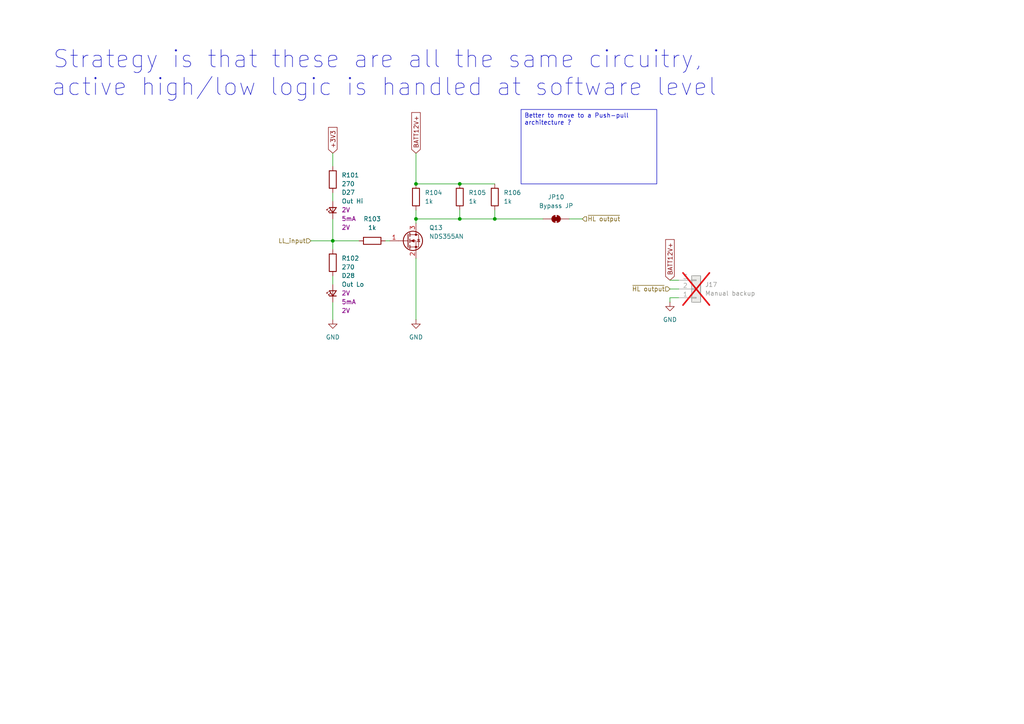
<source format=kicad_sch>
(kicad_sch (version 20250114) (generator "eeschema") (generator_version "9.0")
  (paper "A4")
  (title_block (title "Main architecture") (date "2025-09-28") (rev "0.2.0") (company "Alex Miller & Martin Roger") (comment 1 "https://github.com/martinroger/VXDash") (comment 2 "https://cadlab.io/projects/vxdash"))
  (lib_symbols
    (symbol "Connector_Generic:Conn_01x03" (pin_names (offset 1.016) (hide yes))
      (property "Reference" "J" (at 0 5.08 0))
      (property "Value" "Conn_01x03" (at 0 -5.08 0))
      (symbol "Conn_01x03_1_1"
        (rectangle (start -1.27 3.81) (end 1.27 -3.81) (stroke (width 0.254)) (fill (type background)))
        (rectangle (start -1.27 2.667) (end 0 2.413) (stroke (width 0.1524)))
        (rectangle (start -1.27 0.127) (end 0 -0.127) (stroke (width 0.1524)))
        (rectangle (start -1.27 -2.413) (end 0 -2.667) (stroke (width 0.1524)))
        (pin passive line (at -5.08 2.54 0) (length 3.81) (name "Pin_1") (number "1"))
        (pin passive line (at -5.08 0 0) (length 3.81) (name "Pin_2") (number "2"))
        (pin passive line (at -5.08 -2.54 0) (length 3.81) (name "Pin_3") (number "3"))
      )
    )
    (symbol "Jumper:SolderJumper_2_Bridged" (pin_numbers (hide yes)) (pin_names (offset 0) (hide yes)) (exclude_from_sim yes) (in_bom no)
      (property "Reference" "JP" (at 0 2.032 0))
      (property "Value" "SolderJumper_2_Bridged" (at 0 -2.54 0))
      (symbol "SolderJumper_2_Bridged_0_1"
        (rectangle (start -0.508 0.508) (end 0.508 -0.508) (fill (type outline)))
        (polyline (pts (xy -0.254 1.016) (xy -0.254 -1.016)))
        (arc (start -0.254 -1.016) (mid -1.2656 0) (end -0.254 1.016))
        (arc (start -0.254 -1.016) (mid -1.2656 0) (end -0.254 1.016) (fill (type outline)))
        (arc (start 0.254 1.016) (mid 1.2656 0) (end 0.254 -1.016))
        (arc (start 0.254 1.016) (mid 1.2656 0) (end 0.254 -1.016) (fill (type outline)))
        (polyline (pts (xy 0.254 1.016) (xy 0.254 -1.016)))
      )
      (symbol "SolderJumper_2_Bridged_1_1"
        (pin passive line (at -3.81 0 0) (length 2.54) (name "A") (number "1"))
        (pin passive line (at 3.81 0 180) (length 2.54) (name "B") (number "2"))
      )
    )
    (symbol "Transistor_FET:Q_NMOS_GSD" (pin_names (offset 0) (hide yes))
      (property "Reference" "Q" (at 5.08 1.905 0))
      (property "Value" "Q_NMOS_GSD" (at 5.08 0 0))
      (symbol "Q_NMOS_GSD_0_1"
        (polyline (pts (xy 0.254 1.905) (xy 0.254 -1.905)) (stroke (width 0.254)))
        (polyline (pts (xy 0.254 0) (xy -2.54 0)))
        (polyline (pts (xy 0.762 2.286) (xy 0.762 1.27)) (stroke (width 0.254)))
        (polyline (pts (xy 0.762 0.508) (xy 0.762 -0.508)) (stroke (width 0.254)))
        (polyline (pts (xy 0.762 -1.27) (xy 0.762 -2.286)) (stroke (width 0.254)))
        (polyline (pts (xy 0.762 -1.778) (xy 3.302 -1.778) (xy 3.302 1.778) (xy 0.762 1.778)))
        (polyline (pts (xy 1.016 0) (xy 2.032 0.381) (xy 2.032 -0.381) (xy 1.016 0)) (fill (type outline)))
        (circle (center 1.651 0) (radius 2.794) (stroke (width 0.254)))
        (polyline (pts (xy 2.54 2.54) (xy 2.54 1.778)))
        (circle (center 2.54 1.778) (radius 0.254) (fill (type outline)))
        (circle (center 2.54 -1.778) (radius 0.254) (fill (type outline)))
        (polyline (pts (xy 2.54 -2.54) (xy 2.54 0) (xy 0.762 0)))
        (polyline (pts (xy 2.921 0.381) (xy 3.683 0.381)))
        (polyline (pts (xy 3.302 0.381) (xy 2.921 -0.254) (xy 3.683 -0.254) (xy 3.302 0.381)))
      )
      (symbol "Q_NMOS_GSD_1_1"
        (pin input line (at -5.08 0 0) (length 2.54) (name "G") (number "1"))
        (pin passive line (at 2.54 5.08 270) (length 2.54) (name "D") (number "3"))
        (pin passive line (at 2.54 -5.08 90) (length 2.54) (name "S") (number "2"))
      )
    )
    (symbol "VXDash_diodes:LED_Small" (pin_numbers (hide yes)) (pin_names (offset 0.254) (hide yes))
      (property "Reference" "D1" (at 0.0635 6.35 0))
      (property "Value" "LED_Small" (at 0.0635 3.81 0))
      (property "Vf" "2V" (at 0 -4.572 0))
      (property "If" "5mA" (at 0 -2.54 0))
      (symbol "LED_Small_0_1"
        (polyline (pts (xy -0.762 -1.016) (xy -0.762 1.016)) (stroke (width 0.254)))
        (polyline (pts (xy 0 0.762) (xy -0.508 1.27) (xy -0.254 1.27) (xy -0.508 1.27) (xy -0.508 1.016)))
        (polyline (pts (xy 0.508 1.27) (xy 0 1.778) (xy 0.254 1.778) (xy 0 1.778) (xy 0 1.524)))
        (polyline (pts (xy 0.762 -1.016) (xy -0.762 0) (xy 0.762 1.016) (xy 0.762 -1.016)) (stroke (width 0.254)))
        (polyline (pts (xy 1.016 0) (xy -0.762 0)))
      )
      (symbol "LED_Small_1_1"
        (pin passive line (at -2.54 0 0) (length 1.778) (name "K") (number "1"))
        (pin passive line (at 2.54 0 180) (length 1.778) (name "A") (number "2"))
      )
    )
    (symbol "VXDash_passives:Res" (pin_numbers (hide yes)) (pin_names (offset 0))
      (property "Reference" "R" (at 1.27 1.27 0))
      (property "Value" "Res" (at 1.27 -1.27 0))
      (symbol "Res_0_1"
        (rectangle (start -1.016 -2.54) (end 1.016 2.54) (stroke (width 0.254)))
      )
      (symbol "Res_1_1"
        (pin passive line (at 0 3.81 270) (length 1.27) (name "~") (number "1"))
        (pin passive line (at 0 -3.81 90) (length 1.27) (name "~") (number "2"))
      )
    )
    (symbol "power:GND" (power) (pin_numbers (hide yes)) (pin_names (offset 0) (hide yes))
      (property "Value" "GND" (at 0 -3.81 0))
      (symbol "GND_0_1"
        (polyline (pts (xy 0 0) (xy 0 -1.27) (xy 1.27 -1.27) (xy 0 -2.54) (xy -1.27 -1.27) (xy 0 -1.27)))
      )
      (symbol "GND_1_1"
        (pin power_in line (at 0 0 270) (length 0) (name "~") (number "1"))
      )
    )
  )
  (text "Strategy is that these are all the same circuitry,\n active high/low logic is handled at software level" (at 109.474 21.336 0) (effects (font (size 5 5))))
  (text_box "Better to move to a Push-pull architecture ?" (at 151.13 31.75 0) (size 39.37 21.59) (margins 0.9525 0.9525 0.9525 0.9525) (effects (font (size 1.27 1.27)) (justify left top)))
  (junction (at 133.35 63.5))
  (junction (at 143.51 63.5))
  (junction (at 133.35 53.34))
  (junction (at 120.65 53.34))
  (junction (at 96.52 69.85))
  (junction (at 120.65 63.5))
  (wire (pts (xy 143.51 60.96) (xy 143.51 63.5)))
  (wire (pts (xy 120.65 53.34) (xy 133.35 53.34)))
  (wire (pts (xy 90.17 69.85) (xy 96.52 69.85)))
  (wire (pts (xy 120.65 63.5) (xy 133.35 63.5)))
  (wire (pts (xy 96.52 69.85) (xy 96.52 72.39)))
  (wire (pts (xy 96.52 44.45) (xy 96.52 48.26)))
  (wire (pts (xy 120.65 63.5) (xy 120.65 64.77)))
  (wire (pts (xy 194.31 83.82) (xy 196.85 83.82)))
  (wire (pts (xy 165.1 63.5) (xy 168.91 63.5)))
  (wire (pts (xy 196.85 86.36) (xy 194.31 86.36)))
  (wire (pts (xy 194.31 81.28) (xy 196.85 81.28)))
  (wire (pts (xy 120.65 74.93) (xy 120.65 92.71)))
  (wire (pts (xy 133.35 63.5) (xy 143.51 63.5)))
  (wire (pts (xy 111.76 69.85) (xy 113.03 69.85)))
  (wire (pts (xy 120.65 44.45) (xy 120.65 53.34)))
  (wire (pts (xy 96.52 69.85) (xy 104.14 69.85)))
  (wire (pts (xy 133.35 53.34) (xy 143.51 53.34)))
  (wire (pts (xy 194.31 86.36) (xy 194.31 87.63)))
  (wire (pts (xy 96.52 87.63) (xy 96.52 92.71)))
  (wire (pts (xy 143.51 63.5) (xy 157.48 63.5)))
  (wire (pts (xy 96.52 63.5) (xy 96.52 69.85)))
  (wire (pts (xy 133.35 60.96) (xy 133.35 63.5)))
  (wire (pts (xy 96.52 80.01) (xy 96.52 82.55)))
  (wire (pts (xy 120.65 60.96) (xy 120.65 63.5)))
  (wire (pts (xy 96.52 55.88) (xy 96.52 58.42)))
  (global_label "+3V3" (shape input) (at 96.52 44.45 90) (property "Intersheetrefs" "${INTERSHEET_REFS}" (effects (hide yes))))
  (global_label "BATT12V+" (shape input) (at 120.65 44.45 90) (property "Intersheetrefs" "${INTERSHEET_REFS}" (effects (hide yes))))
  (global_label "BATT12V+" (shape input) (at 194.31 81.28 90) (property "Intersheetrefs" "${INTERSHEET_REFS}" (effects (hide yes))))
  (hierarchical_label "~{HL output}" (shape input) (at 194.31 83.82 180))
  (hierarchical_label "~{HL output}" (shape input) (at 168.91 63.5 0))
  (hierarchical_label "LL_input" (shape input) (at 90.17 69.85 180))
  (symbol (lib_id "Connector_Generic:Conn_01x03") (at 201.93 83.82 0) (mirror x) (unit 1) (dnp yes)
    (property "Reference" "J9" (at 204.47 82.5499 0) (effects (justify left)))
    (property "Value" "Manual backup" (at 204.47 85.0899 0) (effects (justify left)))
    (property "Footprint" "Connector_PinHeader_2.54mm:PinHeader_1x03_P2.54mm_Vertical" (effects (hide yes)))
    (property "Description" "CONN HEADER VERT 3POS 2.54MM" (effects (hide yes)))
    (property "MFT" "Würth Elektronik" (effects (hide yes)))
    (property "MFT_PN" "61300311121" (effects (hide yes)))
    (property "LCSC" "C2915006" (effects (hide yes)))
    (property "LCSC alt" "C2937625" (effects (hide yes)))
    (instances (project "VXDash_Emulator" (path "" (reference "J17") (unit 1)) (path "" (reference "J9") (unit 1))))
  )
  (symbol (lib_id "power:GND") (at 96.52 92.71 0) (unit 1)
    (property "Reference" "#PWR026" (effects (hide yes)))
    (property "Value" "GND" (at 96.52 97.79 0))
    (property "Description" "Power symbol creates a global label with name \"GND\" , ground" (effects (hide yes)))
    (instances (project "VXDash_Emulator" (path "" (reference "#PWR050") (unit 1)) (path "" (reference "#PWR026") (unit 1))))
  )
  (symbol (lib_id "power:GND") (at 120.65 92.71 0) (unit 1)
    (property "Reference" "#PWR027" (effects (hide yes)))
    (property "Value" "GND" (at 120.65 97.79 0))
    (property "Description" "Power symbol creates a global label with name \"GND\" , ground" (effects (hide yes)))
    (instances (project "VXDash_Emulator" (path "" (reference "#PWR051") (unit 1)) (path "" (reference "#PWR027") (unit 1))))
  )
  (symbol (lib_id "VXDash_passives:Res") (at 120.65 57.15 180) (unit 1)
    (property "Reference" "R56" (at 123.19 55.8799 0) (effects (justify right)))
    (property "Value" "1k" (at 123.19 58.4199 0) (effects (justify right)))
    (property "Footprint" "Resistor_SMD:R_0805_2012Metric_Pad1.20x1.40mm_HandSolder" (effects (hide yes)))
    (property "Description" "RES 1K OHM 1% 1/4W 0805" (effects (hide yes)))
    (property "Tol" "1%" (effects (hide yes)))
    (property "Power" "250mW" (effects (hide yes)))
    (property "MFT" "StackPole Electronics" (effects (hide yes)))
    (property "MFT_PN" "RNCP0805FTD1K00" (effects (hide yes)))
    (property "LCSC" "C2441430" (effects (hide yes)))
    (property "LCSC alt" "C727989" (effects (hide yes)))
    (instances (project "VXDash_Emulator" (path "" (reference "R104") (unit 1)) (path "" (reference "R56") (unit 1))))
  )
  (symbol (lib_id "power:GND") (at 194.31 87.63 0) (unit 1)
    (property "Reference" "#PWR028" (effects (hide yes)))
    (property "Value" "GND" (at 194.31 92.71 0))
    (property "Description" "Power symbol creates a global label with name \"GND\" , ground" (effects (hide yes)))
    (instances (project "VXDash_Emulator" (path "" (reference "#PWR052") (unit 1)) (path "" (reference "#PWR028") (unit 1))))
  )
  (symbol (lib_id "Transistor_FET:Q_NMOS_GSD") (at 118.11 69.85 0) (unit 1)
    (property "Reference" "Q5" (at 124.46 66.0399 0) (effects (justify left)))
    (property "Value" "NDS355AN" (at 124.46 68.5799 0) (effects (justify left)))
    (property "Footprint" "Package_TO_SOT_SMD:SOT-23" (effects (hide yes)))
    (property "Datasheet" "https://www.lcsc.com/datasheet/C236917.pdf" (effects (hide yes)))
    (property "Description" "N-MOSFET 30V 1.7A" (effects (hide yes)))
    (property "MFT" "onsemi" (effects (hide yes)))
    (property "MFT_PN" "NDS355AN" (effects (hide yes)))
    (property "LCSC" "C236917" (effects (hide yes)))
    (property "LCSC alt" "C236917" (effects (hide yes)))
    (instances (project "VXDash_Emulator" (path "" (reference "Q13") (unit 1)) (path "" (reference "Q5") (unit 1))))
  )
  (symbol (lib_id "VXDash_diodes:LED_Small") (at 96.52 85.09 90) (unit 1)
    (property "Reference" "D12" (at 99.06 79.9464 90) (effects (justify right)))
    (property "Value" "Out Lo" (at 99.06 82.4864 90) (effects (justify right)))
    (property "Footprint" "LED_SMD:LED_0603_1608Metric_Pad1.05x0.95mm_HandSolder" (effects (hide yes)))
    (property "Description" "LED GREEN DIFFUSED 0603 SMD" (effects (hide yes)))
    (property "Sim.Pin" "1=K 2=A" (effects (hide yes)))
    (property "MFT" "Harvatek Corp" (effects (hide yes)))
    (property "MFT_PN" "B1911PG--20D000514U1930" (effects (hide yes)))
    (property "Vf" "2V" (at 99.06 85.0264 90) (effects (justify right)))
    (property "If" "5mA" (at 99.06 87.5664 90) (effects (justify right)))
    (property "Voltage" "2V" (at 99.06 90.1064 90) (effects (justify right)))
    (property "LCSC" "C5556934" (effects (hide yes)))
    (property "LCSC alt" "C284909" (effects (hide yes)))
    (instances (project "VXDash_Emulator" (path "" (reference "D28") (unit 1)) (path "" (reference "D12") (unit 1))))
  )
  (symbol (lib_id "VXDash_passives:Res") (at 96.52 76.2 0) (unit 1)
    (property "Reference" "R54" (at 99.06 74.9299 0) (effects (justify left)))
    (property "Value" "270" (at 99.06 77.4699 0) (effects (justify left)))
    (property "Footprint" "Resistor_SMD:R_0603_1608Metric_Pad0.98x0.95mm_HandSolder" (effects (hide yes)))
    (property "Description" "RES 270 OHM 1% 1/10W 0603" (effects (hide yes)))
    (property "Tol" "1%" (effects (hide yes)))
    (property "Power" "100mW" (effects (hide yes)))
    (property "MFT" "Yageo" (effects (hide yes)))
    (property "MFT_PN" "RC0603FR-07270RL" (effects (hide yes)))
    (property "LCSC" "C137754" (effects (hide yes)))
    (property "LCSC alt" "C137754" (effects (hide yes)))
    (instances (project "VXDash_Emulator" (path "" (reference "R102") (unit 1)) (path "" (reference "R54") (unit 1))))
  )
  (symbol (lib_id "VXDash_passives:Res") (at 107.95 69.85 90) (unit 1)
    (property "Reference" "R55" (at 107.95 63.5 90))
    (property "Value" "1k" (at 107.95 66.04 90))
    (property "Footprint" "Resistor_SMD:R_0603_1608Metric_Pad0.98x0.95mm_HandSolder" (effects (hide yes)))
    (property "Description" "RES 1K OHM 1% 1/10W 0603" (effects (hide yes)))
    (property "Tol" "1%" (effects (hide yes)))
    (property "Power" "100mW" (effects (hide yes)))
    (property "MFT" "Yageo" (effects (hide yes)))
    (property "MFT_PN" "RC0603FR-071KL" (effects (hide yes)))
    (property "LCSC" "C22548" (effects (hide yes)))
    (property "LCSC alt" "C22548" (effects (hide yes)))
    (instances (project "VXDash_Emulator" (path "" (reference "R103") (unit 1)) (path "" (reference "R55") (unit 1))))
  )
  (symbol (lib_id "VXDash_passives:Res") (at 96.52 52.07 0) (unit 1)
    (property "Reference" "R53" (at 99.06 50.7999 0) (effects (justify left)))
    (property "Value" "270" (at 99.06 53.3399 0) (effects (justify left)))
    (property "Footprint" "Resistor_SMD:R_0603_1608Metric_Pad0.98x0.95mm_HandSolder" (effects (hide yes)))
    (property "Description" "RES 270 OHM 1% 1/10W 0603" (effects (hide yes)))
    (property "Tol" "1%" (effects (hide yes)))
    (property "Power" "100mW" (effects (hide yes)))
    (property "MFT" "Yageo" (effects (hide yes)))
    (property "MFT_PN" "RC0603FR-07270RL" (effects (hide yes)))
    (property "LCSC" "C137754" (effects (hide yes)))
    (property "LCSC alt" "C137754" (effects (hide yes)))
    (instances (project "VXDash_Emulator" (path "" (reference "R101") (unit 1)) (path "" (reference "R53") (unit 1))))
  )
  (symbol (lib_id "VXDash_diodes:LED_Small") (at 96.52 60.96 90) (unit 1)
    (property "Reference" "D11" (at 99.06 55.8164 90) (effects (justify right)))
    (property "Value" "Out Hi" (at 99.06 58.3564 90) (effects (justify right)))
    (property "Footprint" "LED_SMD:LED_0603_1608Metric_Pad1.05x0.95mm_HandSolder" (effects (hide yes)))
    (property "Description" "LED GREEN DIFFUSED 0603 SMD" (effects (hide yes)))
    (property "Sim.Pin" "1=K 2=A" (effects (hide yes)))
    (property "MFT" "Harvatek Corp" (effects (hide yes)))
    (property "MFT_PN" "B1911PG--20D000514U1930" (effects (hide yes)))
    (property "Vf" "2V" (at 99.06 60.8964 90) (effects (justify right)))
    (property "If" "5mA" (at 99.06 63.4364 90) (effects (justify right)))
    (property "Voltage" "2V" (at 99.06 65.9764 90) (effects (justify right)))
    (property "LCSC" "C5556934" (effects (hide yes)))
    (property "LCSC alt" "C284909" (effects (hide yes)))
    (instances (project "VXDash_Emulator" (path "" (reference "D27") (unit 1)) (path "" (reference "D11") (unit 1))))
  )
  (symbol (lib_id "VXDash_passives:Res") (at 133.35 57.15 180) (unit 1)
    (property "Reference" "R57" (at 135.89 55.8799 0) (effects (justify right)))
    (property "Value" "1k" (at 135.89 58.4199 0) (effects (justify right)))
    (property "Footprint" "Resistor_SMD:R_0805_2012Metric_Pad1.20x1.40mm_HandSolder" (effects (hide yes)))
    (property "Description" "RES 1K OHM 1% 1/4W 0805" (effects (hide yes)))
    (property "Tol" "1%" (effects (hide yes)))
    (property "Power" "250mW" (effects (hide yes)))
    (property "MFT" "StackPole Electronics" (effects (hide yes)))
    (property "MFT_PN" "RNCP0805FTD1K00" (effects (hide yes)))
    (property "LCSC" "C2441430" (effects (hide yes)))
    (property "LCSC alt" "C727989" (effects (hide yes)))
    (instances (project "VXDash_Emulator" (path "" (reference "R105") (unit 1)) (path "" (reference "R57") (unit 1))))
  )
  (symbol (lib_id "VXDash_passives:Res") (at 143.51 57.15 180) (unit 1)
    (property "Reference" "R58" (at 146.05 55.8799 0) (effects (justify right)))
    (property "Value" "1k" (at 146.05 58.4199 0) (effects (justify right)))
    (property "Footprint" "Resistor_SMD:R_0805_2012Metric_Pad1.20x1.40mm_HandSolder" (effects (hide yes)))
    (property "Description" "RES 1K OHM 1% 1/4W 0805" (effects (hide yes)))
    (property "Tol" "1%" (effects (hide yes)))
    (property "Power" "250mW" (effects (hide yes)))
    (property "MFT" "StackPole Electronics" (effects (hide yes)))
    (property "MFT_PN" "RNCP0805FTD1K00" (effects (hide yes)))
    (property "LCSC" "C2441430" (effects (hide yes)))
    (property "LCSC alt" "C727989" (effects (hide yes)))
    (instances (project "VXDash_Emulator" (path "" (reference "R106") (unit 1)) (path "" (reference "R58") (unit 1))))
  )
  (symbol (lib_id "Jumper:SolderJumper_2_Bridged") (at 161.29 63.5 0) (unit 1) (exclude_from_sim yes) (in_bom no)
    (property "Reference" "JP2" (at 161.29 57.15 0))
    (property "Value" "Bypass JP" (at 161.29 59.69 0))
    (property "Footprint" "Jumper:SolderJumper-2_P1.3mm_Bridged_RoundedPad1.0x1.5mm" (effects (hide yes)))
    (property "Description" "Solder Jumper, 2-pole, closed/bridged" (effects (hide yes)))
    (instances (project "VXDash_Emulator" (path "" (reference "JP10") (unit 1)) (path "" (reference "JP2") (unit 1))))
  )
)
</source>
